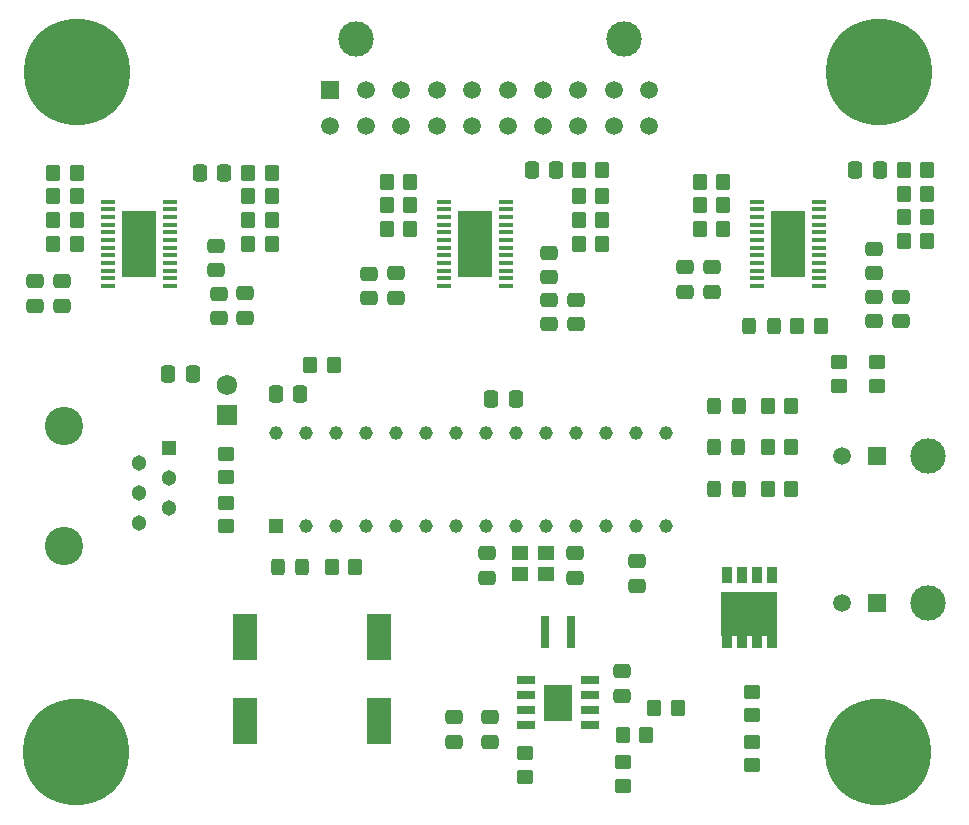
<source format=gbr>
%TF.GenerationSoftware,KiCad,Pcbnew,7.0.10*%
%TF.CreationDate,2024-02-07T01:22:45-06:00*%
%TF.ProjectId,Resistor Bank Control Board,52657369-7374-46f7-9220-42616e6b2043,rev?*%
%TF.SameCoordinates,Original*%
%TF.FileFunction,Soldermask,Top*%
%TF.FilePolarity,Negative*%
%FSLAX46Y46*%
G04 Gerber Fmt 4.6, Leading zero omitted, Abs format (unit mm)*
G04 Created by KiCad (PCBNEW 7.0.10) date 2024-02-07 01:22:45*
%MOMM*%
%LPD*%
G01*
G04 APERTURE LIST*
G04 Aperture macros list*
%AMRoundRect*
0 Rectangle with rounded corners*
0 $1 Rounding radius*
0 $2 $3 $4 $5 $6 $7 $8 $9 X,Y pos of 4 corners*
0 Add a 4 corners polygon primitive as box body*
4,1,4,$2,$3,$4,$5,$6,$7,$8,$9,$2,$3,0*
0 Add four circle primitives for the rounded corners*
1,1,$1+$1,$2,$3*
1,1,$1+$1,$4,$5*
1,1,$1+$1,$6,$7*
1,1,$1+$1,$8,$9*
0 Add four rect primitives between the rounded corners*
20,1,$1+$1,$2,$3,$4,$5,0*
20,1,$1+$1,$4,$5,$6,$7,0*
20,1,$1+$1,$6,$7,$8,$9,0*
20,1,$1+$1,$8,$9,$2,$3,0*%
G04 Aperture macros list end*
%ADD10R,1.725000X1.725000*%
%ADD11C,1.725000*%
%ADD12RoundRect,0.250000X-0.337500X-0.475000X0.337500X-0.475000X0.337500X0.475000X-0.337500X0.475000X0*%
%ADD13RoundRect,0.250000X-0.475000X0.337500X-0.475000X-0.337500X0.475000X-0.337500X0.475000X0.337500X0*%
%ADD14RoundRect,0.250000X-0.350000X-0.450000X0.350000X-0.450000X0.350000X0.450000X-0.350000X0.450000X0*%
%ADD15R,2.000000X4.000000*%
%ADD16RoundRect,0.250000X-0.450000X0.350000X-0.450000X-0.350000X0.450000X-0.350000X0.450000X0.350000X0*%
%ADD17RoundRect,0.250000X0.337500X0.475000X-0.337500X0.475000X-0.337500X-0.475000X0.337500X-0.475000X0*%
%ADD18RoundRect,0.250000X-0.325000X-0.450000X0.325000X-0.450000X0.325000X0.450000X-0.325000X0.450000X0*%
%ADD19C,9.000000*%
%ADD20R,0.800000X2.700000*%
%ADD21R,1.159000X1.159000*%
%ADD22C,1.159000*%
%ADD23RoundRect,0.250000X0.475000X-0.337500X0.475000X0.337500X-0.475000X0.337500X-0.475000X-0.337500X0*%
%ADD24C,3.000000*%
%ADD25R,1.520000X1.520000*%
%ADD26C,1.520000*%
%ADD27R,1.400000X1.200000*%
%ADD28RoundRect,0.250000X0.350000X0.450000X-0.350000X0.450000X-0.350000X-0.450000X0.350000X-0.450000X0*%
%ADD29R,1.150000X0.400000*%
%ADD30R,2.840000X5.630000*%
%ADD31R,1.525000X0.650000*%
%ADD32R,2.400000X3.100000*%
%ADD33R,0.850000X1.450000*%
%ADD34R,0.850000X1.050000*%
%ADD35R,4.700000X3.750000*%
%ADD36C,3.250000*%
%ADD37R,1.303000X1.303000*%
%ADD38C,1.303000*%
%ADD39RoundRect,0.250000X0.450000X-0.350000X0.450000X0.350000X-0.450000X0.350000X-0.450000X-0.350000X0*%
G04 APERTURE END LIST*
D10*
%TO.C,JP1*%
X101930000Y-108760000D03*
D11*
X101930000Y-106220000D03*
%TD*%
D12*
%TO.C,C11*%
X97000000Y-105250000D03*
X99075000Y-105250000D03*
%TD*%
%TO.C,C8*%
X106085000Y-106938000D03*
X108160000Y-106938000D03*
%TD*%
D13*
%TO.C,C19*%
X116250000Y-96750000D03*
X116250000Y-98825000D03*
%TD*%
%TO.C,C3*%
X124230000Y-134342500D03*
X124230000Y-136417500D03*
%TD*%
D14*
%TO.C,R29*%
X131750000Y-94250000D03*
X133750000Y-94250000D03*
%TD*%
D15*
%TO.C,C6*%
X114830000Y-127540000D03*
X114830000Y-134640000D03*
%TD*%
D13*
%TO.C,C12*%
X123960000Y-120450000D03*
X123960000Y-122525000D03*
%TD*%
D14*
%TO.C,R33*%
X150250000Y-101250000D03*
X152250000Y-101250000D03*
%TD*%
D13*
%TO.C,C14*%
X101250000Y-98500000D03*
X101250000Y-100575000D03*
%TD*%
D15*
%TO.C,C7*%
X103480000Y-127540000D03*
X103480000Y-134640000D03*
%TD*%
D16*
%TO.C,R1*%
X127230000Y-137380000D03*
X127230000Y-139380000D03*
%TD*%
D17*
%TO.C,C23*%
X129825000Y-88000000D03*
X127750000Y-88000000D03*
%TD*%
D13*
%TO.C,C27*%
X156750000Y-94675000D03*
X156750000Y-96750000D03*
%TD*%
D14*
%TO.C,R19*%
X103750000Y-90250000D03*
X105750000Y-90250000D03*
%TD*%
D12*
%TO.C,C9*%
X124335000Y-107438000D03*
X126410000Y-107438000D03*
%TD*%
D13*
%TO.C,C22*%
X131500000Y-99000000D03*
X131500000Y-101075000D03*
%TD*%
%TO.C,C13*%
X131460000Y-120450000D03*
X131460000Y-122525000D03*
%TD*%
D16*
%TO.C,R3*%
X146400000Y-136420000D03*
X146400000Y-138420000D03*
%TD*%
D13*
%TO.C,C1*%
X88000000Y-97425000D03*
X88000000Y-99500000D03*
%TD*%
%TO.C,C21*%
X129250000Y-95000000D03*
X129250000Y-97075000D03*
%TD*%
D18*
%TO.C,D1*%
X106290000Y-121590000D03*
X108340000Y-121590000D03*
%TD*%
D13*
%TO.C,C18*%
X114000000Y-96787500D03*
X114000000Y-98862500D03*
%TD*%
D14*
%TO.C,R30*%
X131750000Y-88000000D03*
X133750000Y-88000000D03*
%TD*%
%TO.C,R35*%
X159250000Y-90000000D03*
X161250000Y-90000000D03*
%TD*%
%TO.C,R38*%
X159250000Y-88000000D03*
X161250000Y-88000000D03*
%TD*%
D13*
%TO.C,C15*%
X101000000Y-94425000D03*
X101000000Y-96500000D03*
%TD*%
D16*
%TO.C,R2*%
X146400000Y-132170000D03*
X146400000Y-134170000D03*
%TD*%
D19*
%TO.C,H1*%
X89250000Y-79750000D03*
%TD*%
D14*
%TO.C,R23*%
X115500000Y-89000000D03*
X117500000Y-89000000D03*
%TD*%
D19*
%TO.C,H3*%
X157100000Y-137300000D03*
%TD*%
D14*
%TO.C,R11*%
X147750000Y-111500000D03*
X149750000Y-111500000D03*
%TD*%
%TO.C,R20*%
X103750000Y-92250000D03*
X105750000Y-92250000D03*
%TD*%
D20*
%TO.C,L1*%
X131080000Y-127130000D03*
X128880000Y-127130000D03*
%TD*%
D21*
%TO.C,IC25*%
X106090000Y-118188000D03*
D22*
X108630000Y-118188000D03*
X111170000Y-118188000D03*
X113710000Y-118188000D03*
X116250000Y-118188000D03*
X118790000Y-118188000D03*
X121330000Y-118188000D03*
X123870000Y-118188000D03*
X126410000Y-118188000D03*
X128950000Y-118188000D03*
X131490000Y-118188000D03*
X134030000Y-118188000D03*
X136570000Y-118188000D03*
X139110000Y-118188000D03*
X139110000Y-110250000D03*
X136570000Y-110250000D03*
X134030000Y-110250000D03*
X131490000Y-110250000D03*
X128950000Y-110250000D03*
X126410000Y-110250000D03*
X123870000Y-110250000D03*
X121330000Y-110250000D03*
X118790000Y-110250000D03*
X116250000Y-110250000D03*
X113710000Y-110250000D03*
X111170000Y-110250000D03*
X108630000Y-110250000D03*
X106090000Y-110250000D03*
%TD*%
D16*
%TO.C,R14*%
X153790000Y-104270000D03*
X153790000Y-106270000D03*
%TD*%
D23*
%TO.C,C10*%
X136660000Y-123188000D03*
X136660000Y-121113000D03*
%TD*%
D14*
%TO.C,R4*%
X138150000Y-133590000D03*
X140150000Y-133590000D03*
%TD*%
D13*
%TO.C,C28*%
X159000000Y-98750000D03*
X159000000Y-100825000D03*
%TD*%
D14*
%TO.C,R12*%
X147750000Y-108000000D03*
X149750000Y-108000000D03*
%TD*%
D24*
%TO.C,J2*%
X161314600Y-112221750D03*
D25*
X156994600Y-112221750D03*
D26*
X153994600Y-112221750D03*
%TD*%
D14*
%TO.C,R32*%
X142000000Y-91000000D03*
X144000000Y-91000000D03*
%TD*%
%TO.C,R37*%
X159250000Y-94000000D03*
X161250000Y-94000000D03*
%TD*%
%TO.C,R21*%
X103750000Y-94250000D03*
X105750000Y-94250000D03*
%TD*%
D27*
%TO.C,Y1*%
X128950000Y-120471250D03*
X126750000Y-120471250D03*
X126750000Y-122171250D03*
X128950000Y-122171250D03*
%TD*%
D17*
%TO.C,C17*%
X101750000Y-88250000D03*
X99675000Y-88250000D03*
%TD*%
D14*
%TO.C,R16*%
X87250000Y-90250000D03*
X89250000Y-90250000D03*
%TD*%
D17*
%TO.C,C29*%
X157250000Y-88000000D03*
X155175000Y-88000000D03*
%TD*%
D14*
%TO.C,R26*%
X142000000Y-93000000D03*
X144000000Y-93000000D03*
%TD*%
D16*
%TO.C,R13*%
X157040000Y-104270000D03*
X157040000Y-106270000D03*
%TD*%
D28*
%TO.C,R5*%
X137480000Y-135880000D03*
X135480000Y-135880000D03*
%TD*%
D14*
%TO.C,R28*%
X131750000Y-92250000D03*
X133750000Y-92250000D03*
%TD*%
D28*
%TO.C,R34*%
X111000000Y-104500000D03*
X109000000Y-104500000D03*
%TD*%
D13*
%TO.C,C20*%
X129250000Y-99000000D03*
X129250000Y-101075000D03*
%TD*%
D24*
%TO.C,J4*%
X161314600Y-124693500D03*
D25*
X156994600Y-124693500D03*
D26*
X153994600Y-124693500D03*
%TD*%
D14*
%TO.C,R24*%
X115500000Y-91000000D03*
X117500000Y-91000000D03*
%TD*%
%TO.C,R31*%
X142000000Y-89000000D03*
X144000000Y-89000000D03*
%TD*%
D29*
%TO.C,U2*%
X120375000Y-90675000D03*
X120375000Y-91325000D03*
X120375000Y-91975000D03*
X120375000Y-92625000D03*
X120375000Y-93275000D03*
X120375000Y-93925000D03*
X120375000Y-94575000D03*
X120375000Y-95225000D03*
X120375000Y-95875000D03*
X120375000Y-96525000D03*
X120375000Y-97175000D03*
X120375000Y-97825000D03*
X125625000Y-97825000D03*
X125625000Y-97175000D03*
X125625000Y-96525000D03*
X125625000Y-95875000D03*
X125625000Y-95225000D03*
X125625000Y-94575000D03*
X125625000Y-93925000D03*
X125625000Y-93275000D03*
X125625000Y-92625000D03*
X125625000Y-91975000D03*
X125625000Y-91325000D03*
X125625000Y-90675000D03*
D30*
X123000000Y-94250000D03*
%TD*%
D13*
%TO.C,C16*%
X103500000Y-98462500D03*
X103500000Y-100537500D03*
%TD*%
D31*
%TO.C,IC23*%
X127268000Y-131225000D03*
X127268000Y-132495000D03*
X127268000Y-133765000D03*
X127268000Y-135035000D03*
X132692000Y-135035000D03*
X132692000Y-133765000D03*
X132692000Y-132495000D03*
X132692000Y-131225000D03*
D32*
X129980000Y-133130000D03*
%TD*%
D14*
%TO.C,R18*%
X87250000Y-94250000D03*
X89250000Y-94250000D03*
%TD*%
%TO.C,R27*%
X131750000Y-90250000D03*
X133750000Y-90250000D03*
%TD*%
D16*
%TO.C,R6*%
X135480000Y-138130000D03*
X135480000Y-140130000D03*
%TD*%
D14*
%TO.C,R25*%
X115500000Y-93000000D03*
X117500000Y-93000000D03*
%TD*%
D13*
%TO.C,C2*%
X85750000Y-97425000D03*
X85750000Y-99500000D03*
%TD*%
D24*
%TO.C,J1*%
X135561750Y-76935400D03*
X112881750Y-76935400D03*
D25*
X110721750Y-81255400D03*
D26*
X113721750Y-81255400D03*
X116721750Y-81255400D03*
X119721750Y-81255400D03*
X122721750Y-81255400D03*
X125721750Y-81255400D03*
X128721750Y-81255400D03*
X131721750Y-81255400D03*
X134721750Y-81255400D03*
X137721750Y-81255400D03*
X110721750Y-84255400D03*
X113721750Y-84255400D03*
X116721750Y-84255400D03*
X119721750Y-84255400D03*
X122721750Y-84255400D03*
X125721750Y-84255400D03*
X128721750Y-84255400D03*
X131721750Y-84255400D03*
X134721750Y-84255400D03*
X137721750Y-84255400D03*
%TD*%
D19*
%TO.C,H4*%
X89200000Y-137300000D03*
%TD*%
D13*
%TO.C,C25*%
X140740000Y-96250000D03*
X140740000Y-98325000D03*
%TD*%
%TO.C,C5*%
X135390000Y-130462500D03*
X135390000Y-132537500D03*
%TD*%
D33*
%TO.C,Q21*%
X148104600Y-122271750D03*
X146834600Y-122271750D03*
X145564600Y-122271750D03*
X144294600Y-122271750D03*
D34*
X144294600Y-127971750D03*
X145564600Y-127971750D03*
X146834600Y-127971750D03*
X148104600Y-127971750D03*
D35*
X146199600Y-125571750D03*
%TD*%
D13*
%TO.C,C4*%
X121220000Y-134342500D03*
X121220000Y-136417500D03*
%TD*%
D29*
%TO.C,U3*%
X146875000Y-90675000D03*
X146875000Y-91325000D03*
X146875000Y-91975000D03*
X146875000Y-92625000D03*
X146875000Y-93275000D03*
X146875000Y-93925000D03*
X146875000Y-94575000D03*
X146875000Y-95225000D03*
X146875000Y-95875000D03*
X146875000Y-96525000D03*
X146875000Y-97175000D03*
X146875000Y-97825000D03*
X152125000Y-97825000D03*
X152125000Y-97175000D03*
X152125000Y-96525000D03*
X152125000Y-95875000D03*
X152125000Y-95225000D03*
X152125000Y-94575000D03*
X152125000Y-93925000D03*
X152125000Y-93275000D03*
X152125000Y-92625000D03*
X152125000Y-91975000D03*
X152125000Y-91325000D03*
X152125000Y-90675000D03*
D30*
X149500000Y-94250000D03*
%TD*%
D13*
%TO.C,C26*%
X156750000Y-98750000D03*
X156750000Y-100825000D03*
%TD*%
D18*
%TO.C,D5*%
X146200000Y-101250000D03*
X148250000Y-101250000D03*
%TD*%
D36*
%TO.C,J3*%
X88130000Y-109670000D03*
X88130000Y-119830000D03*
D37*
X97020000Y-111570000D03*
D38*
X94480000Y-112840000D03*
X97020000Y-114110000D03*
X94480000Y-115380000D03*
X97020000Y-116650000D03*
X94480000Y-117920000D03*
%TD*%
D14*
%TO.C,R15*%
X87250000Y-88250000D03*
X89250000Y-88250000D03*
%TD*%
%TO.C,R36*%
X159250000Y-92000000D03*
X161250000Y-92000000D03*
%TD*%
D18*
%TO.C,D4*%
X143225000Y-108000000D03*
X145275000Y-108000000D03*
%TD*%
D14*
%TO.C,R9*%
X110840000Y-121590000D03*
X112840000Y-121590000D03*
%TD*%
D29*
%TO.C,U1*%
X91875000Y-90675000D03*
X91875000Y-91325000D03*
X91875000Y-91975000D03*
X91875000Y-92625000D03*
X91875000Y-93275000D03*
X91875000Y-93925000D03*
X91875000Y-94575000D03*
X91875000Y-95225000D03*
X91875000Y-95875000D03*
X91875000Y-96525000D03*
X91875000Y-97175000D03*
X91875000Y-97825000D03*
X97125000Y-97825000D03*
X97125000Y-97175000D03*
X97125000Y-96525000D03*
X97125000Y-95875000D03*
X97125000Y-95225000D03*
X97125000Y-94575000D03*
X97125000Y-93925000D03*
X97125000Y-93275000D03*
X97125000Y-92625000D03*
X97125000Y-91975000D03*
X97125000Y-91325000D03*
X97125000Y-90675000D03*
D30*
X94500000Y-94250000D03*
%TD*%
D18*
%TO.C,D2*%
X143225000Y-115000000D03*
X145275000Y-115000000D03*
%TD*%
D14*
%TO.C,R10*%
X147750000Y-115000000D03*
X149750000Y-115000000D03*
%TD*%
D18*
%TO.C,D3*%
X143200000Y-111500000D03*
X145250000Y-111500000D03*
%TD*%
D39*
%TO.C,R8*%
X101910000Y-118188000D03*
X101910000Y-116188000D03*
%TD*%
D19*
%TO.C,H2*%
X157150000Y-79750000D03*
%TD*%
D16*
%TO.C,R7*%
X101910000Y-112040000D03*
X101910000Y-114040000D03*
%TD*%
D14*
%TO.C,R22*%
X103750000Y-88250000D03*
X105750000Y-88250000D03*
%TD*%
%TO.C,R17*%
X87250000Y-92250000D03*
X89250000Y-92250000D03*
%TD*%
D13*
%TO.C,C24*%
X143000000Y-96250000D03*
X143000000Y-98325000D03*
%TD*%
M02*

</source>
